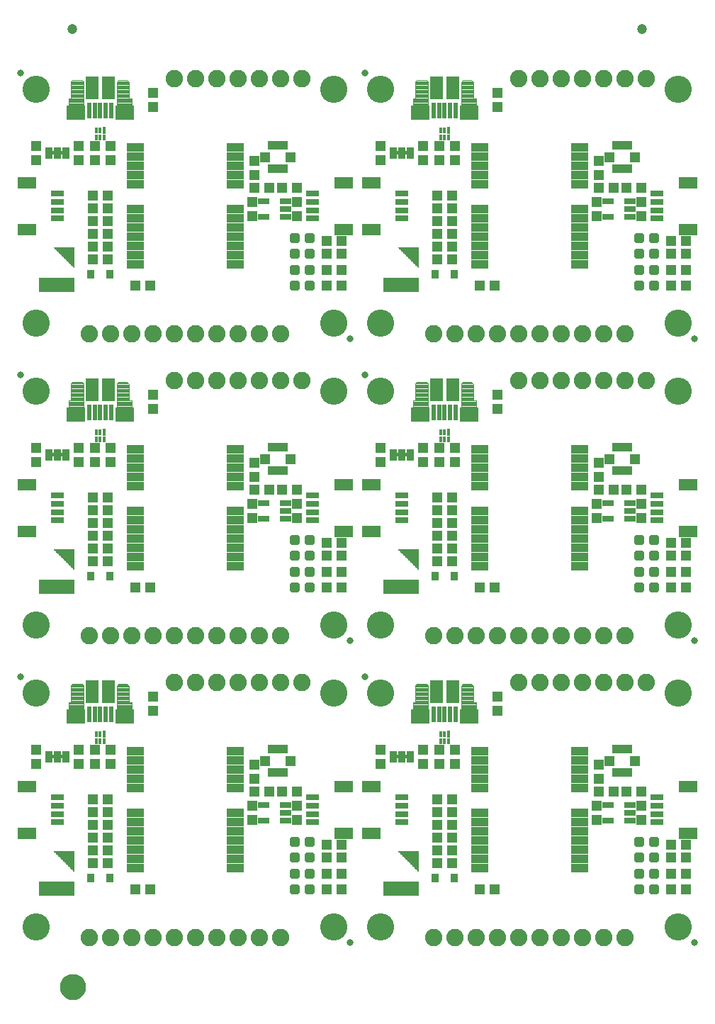
<source format=gts>
G75*
%MOIN*%
%OFA0B0*%
%FSLAX25Y25*%
%IPPOS*%
%LPD*%
%AMOC8*
5,1,8,0,0,1.08239X$1,22.5*
%
%ADD10C,0.12800*%
%ADD11C,0.03300*%
%ADD12R,0.08674X0.05524*%
%ADD13R,0.06115X0.03162*%
%ADD14R,0.05131X0.04737*%
%ADD15R,0.04737X0.05131*%
%ADD16R,0.03300X0.05800*%
%ADD17C,0.00500*%
%ADD18C,0.01990*%
%ADD19R,0.03280X0.04068*%
%ADD20R,0.07887X0.03950*%
%ADD21R,0.02375X0.07690*%
%ADD22R,0.08674X0.06548*%
%ADD23R,0.06410X0.10643*%
%ADD24C,0.00400*%
%ADD25R,0.09461X0.04146*%
%ADD26R,0.04934X0.04737*%
%ADD27R,0.05524X0.02965*%
%ADD28C,0.08200*%
%ADD29C,0.00197*%
%ADD30R,0.16535X0.06693*%
%ADD31R,0.01784X0.03202*%
%ADD32R,0.01784X0.03005*%
%ADD33C,0.04737*%
%ADD34C,0.05000*%
%ADD35C,0.06706*%
D10*
X0053342Y0048750D03*
X0053342Y0158750D03*
X0053342Y0190750D03*
X0053342Y0300750D03*
X0053342Y0332750D03*
X0053342Y0442750D03*
X0193342Y0442750D03*
X0215342Y0442750D03*
X0215342Y0332750D03*
X0193342Y0332750D03*
X0193342Y0300750D03*
X0215342Y0300750D03*
X0215342Y0190750D03*
X0193342Y0190750D03*
X0193342Y0158750D03*
X0215342Y0158750D03*
X0215342Y0048750D03*
X0193342Y0048750D03*
X0355342Y0048750D03*
X0355342Y0158750D03*
X0355342Y0190750D03*
X0355342Y0300750D03*
X0355342Y0332750D03*
X0355342Y0442750D03*
D11*
X0362842Y0325250D03*
X0362842Y0183250D03*
X0362842Y0041250D03*
X0207842Y0166250D03*
X0200842Y0183250D03*
X0207842Y0308250D03*
X0200842Y0325250D03*
X0207842Y0450250D03*
X0045842Y0450250D03*
X0045842Y0308250D03*
X0045842Y0166250D03*
X0200842Y0041250D03*
D12*
X0197810Y0092726D03*
X0210873Y0092726D03*
X0210873Y0114774D03*
X0197810Y0114774D03*
X0197810Y0234726D03*
X0210873Y0234726D03*
X0210873Y0256774D03*
X0197810Y0256774D03*
X0197810Y0376726D03*
X0210873Y0376726D03*
X0210873Y0398774D03*
X0197810Y0398774D03*
X0048873Y0398774D03*
X0048873Y0376726D03*
X0048873Y0256774D03*
X0048873Y0234726D03*
X0048873Y0114774D03*
X0048873Y0092726D03*
X0359810Y0092726D03*
X0359810Y0114774D03*
X0359810Y0234726D03*
X0359810Y0256774D03*
X0359810Y0376726D03*
X0359810Y0398774D03*
D13*
X0345342Y0393656D03*
X0345342Y0389719D03*
X0345342Y0385781D03*
X0345342Y0381844D03*
X0345342Y0251656D03*
X0345342Y0247719D03*
X0345342Y0243781D03*
X0345342Y0239844D03*
X0345342Y0109656D03*
X0345342Y0105719D03*
X0345342Y0101781D03*
X0345342Y0097844D03*
X0225342Y0097844D03*
X0225342Y0101781D03*
X0225342Y0105719D03*
X0225342Y0109656D03*
X0183342Y0109656D03*
X0183342Y0105719D03*
X0183342Y0101781D03*
X0183342Y0097844D03*
X0183342Y0239844D03*
X0183342Y0243781D03*
X0183342Y0247719D03*
X0183342Y0251656D03*
X0225342Y0251656D03*
X0225342Y0247719D03*
X0225342Y0243781D03*
X0225342Y0239844D03*
X0225342Y0381844D03*
X0225342Y0385781D03*
X0225342Y0389719D03*
X0225342Y0393656D03*
X0183342Y0393656D03*
X0183342Y0389719D03*
X0183342Y0385781D03*
X0183342Y0381844D03*
X0063342Y0381844D03*
X0063342Y0385781D03*
X0063342Y0389719D03*
X0063342Y0393656D03*
X0063342Y0251656D03*
X0063342Y0247719D03*
X0063342Y0243781D03*
X0063342Y0239844D03*
X0063342Y0109656D03*
X0063342Y0105719D03*
X0063342Y0101781D03*
X0063342Y0097844D03*
D14*
X0079995Y0096750D03*
X0079995Y0090750D03*
X0079995Y0084750D03*
X0079995Y0078750D03*
X0086688Y0078750D03*
X0086688Y0084750D03*
X0086688Y0090750D03*
X0086688Y0096750D03*
X0086688Y0102750D03*
X0086688Y0108750D03*
X0079995Y0108750D03*
X0079995Y0102750D03*
X0099995Y0066250D03*
X0106688Y0066250D03*
X0155995Y0112250D03*
X0162688Y0112250D03*
X0168995Y0112250D03*
X0175688Y0112250D03*
X0189995Y0087250D03*
X0189995Y0081250D03*
X0196688Y0081250D03*
X0196688Y0087250D03*
X0196688Y0073750D03*
X0189995Y0073750D03*
X0189995Y0066250D03*
X0196688Y0066250D03*
X0241995Y0078750D03*
X0241995Y0084750D03*
X0241995Y0090750D03*
X0241995Y0096750D03*
X0241995Y0102750D03*
X0241995Y0108750D03*
X0248688Y0108750D03*
X0248688Y0102750D03*
X0248688Y0096750D03*
X0248688Y0090750D03*
X0248688Y0084750D03*
X0248688Y0078750D03*
X0261995Y0066250D03*
X0268688Y0066250D03*
X0317995Y0112250D03*
X0324688Y0112250D03*
X0330995Y0112250D03*
X0337688Y0112250D03*
X0351995Y0087250D03*
X0351995Y0081250D03*
X0358688Y0081250D03*
X0358688Y0087250D03*
X0358688Y0073750D03*
X0358688Y0066250D03*
X0351995Y0066250D03*
X0351995Y0073750D03*
X0351995Y0208250D03*
X0351995Y0215750D03*
X0358688Y0215750D03*
X0358688Y0208250D03*
X0358688Y0223250D03*
X0358688Y0229250D03*
X0351995Y0229250D03*
X0351995Y0223250D03*
X0337688Y0254250D03*
X0330995Y0254250D03*
X0324688Y0254250D03*
X0317995Y0254250D03*
X0268688Y0208250D03*
X0261995Y0208250D03*
X0248688Y0220750D03*
X0248688Y0226750D03*
X0248688Y0232750D03*
X0248688Y0238750D03*
X0248688Y0244750D03*
X0248688Y0250750D03*
X0241995Y0250750D03*
X0241995Y0244750D03*
X0241995Y0238750D03*
X0241995Y0232750D03*
X0241995Y0226750D03*
X0241995Y0220750D03*
X0196688Y0223250D03*
X0196688Y0229250D03*
X0189995Y0229250D03*
X0189995Y0223250D03*
X0189995Y0215750D03*
X0196688Y0215750D03*
X0196688Y0208250D03*
X0189995Y0208250D03*
X0175688Y0254250D03*
X0168995Y0254250D03*
X0162688Y0254250D03*
X0155995Y0254250D03*
X0106688Y0208250D03*
X0099995Y0208250D03*
X0086688Y0220750D03*
X0086688Y0226750D03*
X0086688Y0232750D03*
X0086688Y0238750D03*
X0086688Y0244750D03*
X0086688Y0250750D03*
X0079995Y0250750D03*
X0079995Y0244750D03*
X0079995Y0238750D03*
X0079995Y0232750D03*
X0079995Y0226750D03*
X0079995Y0220750D03*
X0099995Y0350250D03*
X0106688Y0350250D03*
X0086688Y0362750D03*
X0086688Y0368750D03*
X0086688Y0374750D03*
X0086688Y0380750D03*
X0086688Y0386750D03*
X0086688Y0392750D03*
X0079995Y0392750D03*
X0079995Y0386750D03*
X0079995Y0380750D03*
X0079995Y0374750D03*
X0079995Y0368750D03*
X0079995Y0362750D03*
X0155995Y0396250D03*
X0162688Y0396250D03*
X0168995Y0396250D03*
X0175688Y0396250D03*
X0189995Y0371250D03*
X0189995Y0365250D03*
X0196688Y0365250D03*
X0196688Y0371250D03*
X0196688Y0357750D03*
X0189995Y0357750D03*
X0189995Y0350250D03*
X0196688Y0350250D03*
X0241995Y0362750D03*
X0241995Y0368750D03*
X0241995Y0374750D03*
X0241995Y0380750D03*
X0241995Y0386750D03*
X0241995Y0392750D03*
X0248688Y0392750D03*
X0248688Y0386750D03*
X0248688Y0380750D03*
X0248688Y0374750D03*
X0248688Y0368750D03*
X0248688Y0362750D03*
X0261995Y0350250D03*
X0268688Y0350250D03*
X0317995Y0396250D03*
X0324688Y0396250D03*
X0330995Y0396250D03*
X0337688Y0396250D03*
X0351995Y0371250D03*
X0351995Y0365250D03*
X0351995Y0357750D03*
X0358688Y0357750D03*
X0358688Y0365250D03*
X0358688Y0371250D03*
X0358688Y0350250D03*
X0351995Y0350250D03*
D15*
X0337842Y0382904D03*
X0337842Y0389596D03*
X0316842Y0389596D03*
X0316842Y0382904D03*
X0317842Y0402404D03*
X0317842Y0409096D03*
X0270342Y0434404D03*
X0270342Y0441096D03*
X0250342Y0416096D03*
X0250342Y0409404D03*
X0242842Y0409404D03*
X0242842Y0416096D03*
X0235342Y0416096D03*
X0235342Y0409404D03*
X0215342Y0409404D03*
X0215342Y0416096D03*
X0175842Y0389596D03*
X0175842Y0382904D03*
X0154842Y0382904D03*
X0154842Y0389596D03*
X0155842Y0402404D03*
X0155842Y0409096D03*
X0108342Y0434404D03*
X0108342Y0441096D03*
X0088342Y0416096D03*
X0088342Y0409404D03*
X0080842Y0409404D03*
X0080842Y0416096D03*
X0073342Y0416096D03*
X0073342Y0409404D03*
X0053342Y0409404D03*
X0053342Y0416096D03*
X0108342Y0299096D03*
X0108342Y0292404D03*
X0088342Y0274096D03*
X0088342Y0267404D03*
X0080842Y0267404D03*
X0080842Y0274096D03*
X0073342Y0274096D03*
X0073342Y0267404D03*
X0053342Y0267404D03*
X0053342Y0274096D03*
X0108342Y0157096D03*
X0108342Y0150404D03*
X0088342Y0132096D03*
X0088342Y0125404D03*
X0080842Y0125404D03*
X0080842Y0132096D03*
X0073342Y0132096D03*
X0073342Y0125404D03*
X0053342Y0125404D03*
X0053342Y0132096D03*
X0155842Y0125096D03*
X0155842Y0118404D03*
X0154842Y0105596D03*
X0154842Y0098904D03*
X0175842Y0098904D03*
X0175842Y0105596D03*
X0215342Y0125404D03*
X0215342Y0132096D03*
X0235342Y0132096D03*
X0235342Y0125404D03*
X0242842Y0125404D03*
X0242842Y0132096D03*
X0250342Y0132096D03*
X0250342Y0125404D03*
X0270342Y0150404D03*
X0270342Y0157096D03*
X0317842Y0125096D03*
X0317842Y0118404D03*
X0316842Y0105596D03*
X0316842Y0098904D03*
X0337842Y0098904D03*
X0337842Y0105596D03*
X0337842Y0240904D03*
X0337842Y0247596D03*
X0316842Y0247596D03*
X0316842Y0240904D03*
X0317842Y0260404D03*
X0317842Y0267096D03*
X0270342Y0292404D03*
X0270342Y0299096D03*
X0250342Y0274096D03*
X0250342Y0267404D03*
X0242842Y0267404D03*
X0242842Y0274096D03*
X0235342Y0274096D03*
X0235342Y0267404D03*
X0215342Y0267404D03*
X0215342Y0274096D03*
X0175842Y0247596D03*
X0175842Y0240904D03*
X0154842Y0240904D03*
X0154842Y0247596D03*
X0155842Y0260404D03*
X0155842Y0267096D03*
D16*
X0221342Y0270750D03*
X0225342Y0270750D03*
X0229342Y0270750D03*
X0229342Y0128750D03*
X0225342Y0128750D03*
X0221342Y0128750D03*
X0067342Y0128750D03*
X0063342Y0128750D03*
X0059342Y0128750D03*
X0059342Y0270750D03*
X0063342Y0270750D03*
X0067342Y0270750D03*
X0067342Y0412750D03*
X0063342Y0412750D03*
X0059342Y0412750D03*
X0221342Y0412750D03*
X0225342Y0412750D03*
X0229342Y0412750D03*
D17*
X0228092Y0412633D02*
X0226592Y0412633D01*
X0226592Y0412250D02*
X0226592Y0413250D01*
X0228092Y0413250D01*
X0228092Y0412250D01*
X0226592Y0412250D01*
X0226592Y0413132D02*
X0228092Y0413132D01*
X0224092Y0413132D02*
X0222592Y0413132D01*
X0222592Y0413250D02*
X0224092Y0413250D01*
X0224092Y0412250D01*
X0222592Y0412250D01*
X0222592Y0413250D01*
X0222592Y0412633D02*
X0224092Y0412633D01*
X0224092Y0271250D02*
X0224092Y0270250D01*
X0222592Y0270250D01*
X0222592Y0271250D01*
X0224092Y0271250D01*
X0224092Y0271056D02*
X0222592Y0271056D01*
X0222592Y0270558D02*
X0224092Y0270558D01*
X0226592Y0270558D02*
X0228092Y0270558D01*
X0228092Y0270250D02*
X0228092Y0271250D01*
X0226592Y0271250D01*
X0226592Y0270250D01*
X0228092Y0270250D01*
X0228092Y0271056D02*
X0226592Y0271056D01*
X0226592Y0129250D02*
X0228092Y0129250D01*
X0228092Y0128250D01*
X0226592Y0128250D01*
X0226592Y0129250D01*
X0226592Y0128981D02*
X0228092Y0128981D01*
X0228092Y0128482D02*
X0226592Y0128482D01*
X0224092Y0128482D02*
X0222592Y0128482D01*
X0222592Y0128250D02*
X0222592Y0129250D01*
X0224092Y0129250D01*
X0224092Y0128250D01*
X0222592Y0128250D01*
X0222592Y0128981D02*
X0224092Y0128981D01*
X0066092Y0128981D02*
X0064592Y0128981D01*
X0064592Y0129250D02*
X0066092Y0129250D01*
X0066092Y0128250D01*
X0064592Y0128250D01*
X0064592Y0129250D01*
X0064592Y0128482D02*
X0066092Y0128482D01*
X0062092Y0128482D02*
X0060592Y0128482D01*
X0060592Y0128250D02*
X0060592Y0129250D01*
X0062092Y0129250D01*
X0062092Y0128250D01*
X0060592Y0128250D01*
X0060592Y0128981D02*
X0062092Y0128981D01*
X0062092Y0270250D02*
X0062092Y0271250D01*
X0060592Y0271250D01*
X0060592Y0270250D01*
X0062092Y0270250D01*
X0062092Y0270558D02*
X0060592Y0270558D01*
X0060592Y0271056D02*
X0062092Y0271056D01*
X0064592Y0271056D02*
X0066092Y0271056D01*
X0066092Y0271250D02*
X0066092Y0270250D01*
X0064592Y0270250D01*
X0064592Y0271250D01*
X0066092Y0271250D01*
X0066092Y0270558D02*
X0064592Y0270558D01*
X0064592Y0412250D02*
X0064592Y0413250D01*
X0066092Y0413250D01*
X0066092Y0412250D01*
X0064592Y0412250D01*
X0064592Y0412633D02*
X0066092Y0412633D01*
X0066092Y0413132D02*
X0064592Y0413132D01*
X0062092Y0413132D02*
X0060592Y0413132D01*
X0060592Y0413250D02*
X0062092Y0413250D01*
X0062092Y0412250D01*
X0060592Y0412250D01*
X0060592Y0413250D01*
X0060592Y0412633D02*
X0062092Y0412633D01*
D18*
X0176262Y0374123D02*
X0176262Y0371377D01*
X0173516Y0371377D01*
X0173516Y0374123D01*
X0176262Y0374123D01*
X0176262Y0373267D02*
X0173516Y0373267D01*
X0176262Y0366623D02*
X0176262Y0363877D01*
X0173516Y0363877D01*
X0173516Y0366623D01*
X0176262Y0366623D01*
X0176262Y0365767D02*
X0173516Y0365767D01*
X0176262Y0359123D02*
X0176262Y0356377D01*
X0173516Y0356377D01*
X0173516Y0359123D01*
X0176262Y0359123D01*
X0176262Y0358267D02*
X0173516Y0358267D01*
X0176262Y0351623D02*
X0176262Y0348877D01*
X0173516Y0348877D01*
X0173516Y0351623D01*
X0176262Y0351623D01*
X0176262Y0350767D02*
X0173516Y0350767D01*
X0183168Y0351623D02*
X0183168Y0348877D01*
X0180422Y0348877D01*
X0180422Y0351623D01*
X0183168Y0351623D01*
X0183168Y0350767D02*
X0180422Y0350767D01*
X0183168Y0356377D02*
X0183168Y0359123D01*
X0183168Y0356377D02*
X0180422Y0356377D01*
X0180422Y0359123D01*
X0183168Y0359123D01*
X0183168Y0358267D02*
X0180422Y0358267D01*
X0183168Y0363877D02*
X0183168Y0366623D01*
X0183168Y0363877D02*
X0180422Y0363877D01*
X0180422Y0366623D01*
X0183168Y0366623D01*
X0183168Y0365767D02*
X0180422Y0365767D01*
X0183168Y0371377D02*
X0183168Y0374123D01*
X0183168Y0371377D02*
X0180422Y0371377D01*
X0180422Y0374123D01*
X0183168Y0374123D01*
X0183168Y0373267D02*
X0180422Y0373267D01*
X0183168Y0232123D02*
X0183168Y0229377D01*
X0180422Y0229377D01*
X0180422Y0232123D01*
X0183168Y0232123D01*
X0183168Y0231267D02*
X0180422Y0231267D01*
X0176262Y0232123D02*
X0176262Y0229377D01*
X0173516Y0229377D01*
X0173516Y0232123D01*
X0176262Y0232123D01*
X0176262Y0231267D02*
X0173516Y0231267D01*
X0176262Y0224623D02*
X0176262Y0221877D01*
X0173516Y0221877D01*
X0173516Y0224623D01*
X0176262Y0224623D01*
X0176262Y0223767D02*
X0173516Y0223767D01*
X0176262Y0217123D02*
X0176262Y0214377D01*
X0173516Y0214377D01*
X0173516Y0217123D01*
X0176262Y0217123D01*
X0176262Y0216267D02*
X0173516Y0216267D01*
X0176262Y0209623D02*
X0176262Y0206877D01*
X0173516Y0206877D01*
X0173516Y0209623D01*
X0176262Y0209623D01*
X0176262Y0208767D02*
X0173516Y0208767D01*
X0183168Y0209623D02*
X0183168Y0206877D01*
X0180422Y0206877D01*
X0180422Y0209623D01*
X0183168Y0209623D01*
X0183168Y0208767D02*
X0180422Y0208767D01*
X0183168Y0214377D02*
X0183168Y0217123D01*
X0183168Y0214377D02*
X0180422Y0214377D01*
X0180422Y0217123D01*
X0183168Y0217123D01*
X0183168Y0216267D02*
X0180422Y0216267D01*
X0183168Y0221877D02*
X0183168Y0224623D01*
X0183168Y0221877D02*
X0180422Y0221877D01*
X0180422Y0224623D01*
X0183168Y0224623D01*
X0183168Y0223767D02*
X0180422Y0223767D01*
X0183168Y0090123D02*
X0183168Y0087377D01*
X0180422Y0087377D01*
X0180422Y0090123D01*
X0183168Y0090123D01*
X0183168Y0089267D02*
X0180422Y0089267D01*
X0176262Y0090123D02*
X0176262Y0087377D01*
X0173516Y0087377D01*
X0173516Y0090123D01*
X0176262Y0090123D01*
X0176262Y0089267D02*
X0173516Y0089267D01*
X0176262Y0082623D02*
X0176262Y0079877D01*
X0173516Y0079877D01*
X0173516Y0082623D01*
X0176262Y0082623D01*
X0176262Y0081767D02*
X0173516Y0081767D01*
X0176262Y0075123D02*
X0176262Y0072377D01*
X0173516Y0072377D01*
X0173516Y0075123D01*
X0176262Y0075123D01*
X0176262Y0074267D02*
X0173516Y0074267D01*
X0176262Y0067623D02*
X0176262Y0064877D01*
X0173516Y0064877D01*
X0173516Y0067623D01*
X0176262Y0067623D01*
X0176262Y0066767D02*
X0173516Y0066767D01*
X0183168Y0067623D02*
X0183168Y0064877D01*
X0180422Y0064877D01*
X0180422Y0067623D01*
X0183168Y0067623D01*
X0183168Y0066767D02*
X0180422Y0066767D01*
X0183168Y0072377D02*
X0183168Y0075123D01*
X0183168Y0072377D02*
X0180422Y0072377D01*
X0180422Y0075123D01*
X0183168Y0075123D01*
X0183168Y0074267D02*
X0180422Y0074267D01*
X0183168Y0079877D02*
X0183168Y0082623D01*
X0183168Y0079877D02*
X0180422Y0079877D01*
X0180422Y0082623D01*
X0183168Y0082623D01*
X0183168Y0081767D02*
X0180422Y0081767D01*
X0338262Y0082623D02*
X0338262Y0079877D01*
X0335516Y0079877D01*
X0335516Y0082623D01*
X0338262Y0082623D01*
X0338262Y0081767D02*
X0335516Y0081767D01*
X0338262Y0087377D02*
X0338262Y0090123D01*
X0338262Y0087377D02*
X0335516Y0087377D01*
X0335516Y0090123D01*
X0338262Y0090123D01*
X0338262Y0089267D02*
X0335516Y0089267D01*
X0345168Y0090123D02*
X0345168Y0087377D01*
X0342422Y0087377D01*
X0342422Y0090123D01*
X0345168Y0090123D01*
X0345168Y0089267D02*
X0342422Y0089267D01*
X0345168Y0082623D02*
X0345168Y0079877D01*
X0342422Y0079877D01*
X0342422Y0082623D01*
X0345168Y0082623D01*
X0345168Y0081767D02*
X0342422Y0081767D01*
X0345168Y0075123D02*
X0345168Y0072377D01*
X0342422Y0072377D01*
X0342422Y0075123D01*
X0345168Y0075123D01*
X0345168Y0074267D02*
X0342422Y0074267D01*
X0338262Y0075123D02*
X0338262Y0072377D01*
X0335516Y0072377D01*
X0335516Y0075123D01*
X0338262Y0075123D01*
X0338262Y0074267D02*
X0335516Y0074267D01*
X0338262Y0067623D02*
X0338262Y0064877D01*
X0335516Y0064877D01*
X0335516Y0067623D01*
X0338262Y0067623D01*
X0338262Y0066767D02*
X0335516Y0066767D01*
X0345168Y0067623D02*
X0345168Y0064877D01*
X0342422Y0064877D01*
X0342422Y0067623D01*
X0345168Y0067623D01*
X0345168Y0066767D02*
X0342422Y0066767D01*
X0345168Y0206877D02*
X0345168Y0209623D01*
X0345168Y0206877D02*
X0342422Y0206877D01*
X0342422Y0209623D01*
X0345168Y0209623D01*
X0345168Y0208767D02*
X0342422Y0208767D01*
X0338262Y0209623D02*
X0338262Y0206877D01*
X0335516Y0206877D01*
X0335516Y0209623D01*
X0338262Y0209623D01*
X0338262Y0208767D02*
X0335516Y0208767D01*
X0338262Y0214377D02*
X0338262Y0217123D01*
X0338262Y0214377D02*
X0335516Y0214377D01*
X0335516Y0217123D01*
X0338262Y0217123D01*
X0338262Y0216267D02*
X0335516Y0216267D01*
X0338262Y0221877D02*
X0338262Y0224623D01*
X0338262Y0221877D02*
X0335516Y0221877D01*
X0335516Y0224623D01*
X0338262Y0224623D01*
X0338262Y0223767D02*
X0335516Y0223767D01*
X0338262Y0229377D02*
X0338262Y0232123D01*
X0338262Y0229377D02*
X0335516Y0229377D01*
X0335516Y0232123D01*
X0338262Y0232123D01*
X0338262Y0231267D02*
X0335516Y0231267D01*
X0345168Y0232123D02*
X0345168Y0229377D01*
X0342422Y0229377D01*
X0342422Y0232123D01*
X0345168Y0232123D01*
X0345168Y0231267D02*
X0342422Y0231267D01*
X0345168Y0224623D02*
X0345168Y0221877D01*
X0342422Y0221877D01*
X0342422Y0224623D01*
X0345168Y0224623D01*
X0345168Y0223767D02*
X0342422Y0223767D01*
X0345168Y0217123D02*
X0345168Y0214377D01*
X0342422Y0214377D01*
X0342422Y0217123D01*
X0345168Y0217123D01*
X0345168Y0216267D02*
X0342422Y0216267D01*
X0345168Y0348877D02*
X0345168Y0351623D01*
X0345168Y0348877D02*
X0342422Y0348877D01*
X0342422Y0351623D01*
X0345168Y0351623D01*
X0345168Y0350767D02*
X0342422Y0350767D01*
X0338262Y0351623D02*
X0338262Y0348877D01*
X0335516Y0348877D01*
X0335516Y0351623D01*
X0338262Y0351623D01*
X0338262Y0350767D02*
X0335516Y0350767D01*
X0338262Y0356377D02*
X0338262Y0359123D01*
X0338262Y0356377D02*
X0335516Y0356377D01*
X0335516Y0359123D01*
X0338262Y0359123D01*
X0338262Y0358267D02*
X0335516Y0358267D01*
X0338262Y0363877D02*
X0338262Y0366623D01*
X0338262Y0363877D02*
X0335516Y0363877D01*
X0335516Y0366623D01*
X0338262Y0366623D01*
X0338262Y0365767D02*
X0335516Y0365767D01*
X0338262Y0371377D02*
X0338262Y0374123D01*
X0338262Y0371377D02*
X0335516Y0371377D01*
X0335516Y0374123D01*
X0338262Y0374123D01*
X0338262Y0373267D02*
X0335516Y0373267D01*
X0345168Y0374123D02*
X0345168Y0371377D01*
X0342422Y0371377D01*
X0342422Y0374123D01*
X0345168Y0374123D01*
X0345168Y0373267D02*
X0342422Y0373267D01*
X0345168Y0366623D02*
X0345168Y0363877D01*
X0342422Y0363877D01*
X0342422Y0366623D01*
X0345168Y0366623D01*
X0345168Y0365767D02*
X0342422Y0365767D01*
X0345168Y0359123D02*
X0345168Y0356377D01*
X0342422Y0356377D01*
X0342422Y0359123D01*
X0345168Y0359123D01*
X0345168Y0358267D02*
X0342422Y0358267D01*
D19*
X0249869Y0355750D03*
X0240814Y0355750D03*
X0240814Y0213750D03*
X0249869Y0213750D03*
X0249869Y0071750D03*
X0240814Y0071750D03*
X0087869Y0071750D03*
X0078814Y0071750D03*
X0078814Y0213750D03*
X0087869Y0213750D03*
X0087869Y0355750D03*
X0078814Y0355750D03*
D20*
X0099720Y0360191D03*
X0099720Y0364522D03*
X0099720Y0368852D03*
X0099720Y0373183D03*
X0099720Y0377514D03*
X0099720Y0381844D03*
X0099720Y0386175D03*
X0099720Y0397986D03*
X0099720Y0402317D03*
X0099720Y0406648D03*
X0099720Y0410978D03*
X0099720Y0415309D03*
X0146964Y0415309D03*
X0146964Y0410978D03*
X0146964Y0406648D03*
X0146964Y0402317D03*
X0146964Y0397986D03*
X0146964Y0386175D03*
X0146964Y0381844D03*
X0146964Y0377514D03*
X0146964Y0373183D03*
X0146964Y0368852D03*
X0146964Y0364522D03*
X0146964Y0360191D03*
X0146964Y0273309D03*
X0146964Y0268978D03*
X0146964Y0264648D03*
X0146964Y0260317D03*
X0146964Y0255986D03*
X0146964Y0244175D03*
X0146964Y0239844D03*
X0146964Y0235514D03*
X0146964Y0231183D03*
X0146964Y0226852D03*
X0146964Y0222522D03*
X0146964Y0218191D03*
X0099720Y0218191D03*
X0099720Y0222522D03*
X0099720Y0226852D03*
X0099720Y0231183D03*
X0099720Y0235514D03*
X0099720Y0239844D03*
X0099720Y0244175D03*
X0099720Y0255986D03*
X0099720Y0260317D03*
X0099720Y0264648D03*
X0099720Y0268978D03*
X0099720Y0273309D03*
X0099720Y0131309D03*
X0099720Y0126978D03*
X0099720Y0122648D03*
X0099720Y0118317D03*
X0099720Y0113986D03*
X0099720Y0102175D03*
X0099720Y0097844D03*
X0099720Y0093514D03*
X0099720Y0089183D03*
X0099720Y0084852D03*
X0099720Y0080522D03*
X0099720Y0076191D03*
X0146964Y0076191D03*
X0146964Y0080522D03*
X0146964Y0084852D03*
X0146964Y0089183D03*
X0146964Y0093514D03*
X0146964Y0097844D03*
X0146964Y0102175D03*
X0146964Y0113986D03*
X0146964Y0118317D03*
X0146964Y0122648D03*
X0146964Y0126978D03*
X0146964Y0131309D03*
X0261720Y0131309D03*
X0261720Y0126978D03*
X0261720Y0122648D03*
X0261720Y0118317D03*
X0261720Y0113986D03*
X0261720Y0102175D03*
X0261720Y0097844D03*
X0261720Y0093514D03*
X0261720Y0089183D03*
X0261720Y0084852D03*
X0261720Y0080522D03*
X0261720Y0076191D03*
X0308964Y0076191D03*
X0308964Y0080522D03*
X0308964Y0084852D03*
X0308964Y0089183D03*
X0308964Y0093514D03*
X0308964Y0097844D03*
X0308964Y0102175D03*
X0308964Y0113986D03*
X0308964Y0118317D03*
X0308964Y0122648D03*
X0308964Y0126978D03*
X0308964Y0131309D03*
X0308964Y0218191D03*
X0308964Y0222522D03*
X0308964Y0226852D03*
X0308964Y0231183D03*
X0308964Y0235514D03*
X0308964Y0239844D03*
X0308964Y0244175D03*
X0308964Y0255986D03*
X0308964Y0260317D03*
X0308964Y0264648D03*
X0308964Y0268978D03*
X0308964Y0273309D03*
X0261720Y0273309D03*
X0261720Y0268978D03*
X0261720Y0264648D03*
X0261720Y0260317D03*
X0261720Y0255986D03*
X0261720Y0244175D03*
X0261720Y0239844D03*
X0261720Y0235514D03*
X0261720Y0231183D03*
X0261720Y0226852D03*
X0261720Y0222522D03*
X0261720Y0218191D03*
X0261720Y0360191D03*
X0261720Y0364522D03*
X0261720Y0368852D03*
X0261720Y0373183D03*
X0261720Y0377514D03*
X0261720Y0381844D03*
X0261720Y0386175D03*
X0261720Y0397986D03*
X0261720Y0402317D03*
X0261720Y0406648D03*
X0261720Y0410978D03*
X0261720Y0415309D03*
X0308964Y0415309D03*
X0308964Y0410978D03*
X0308964Y0406648D03*
X0308964Y0402317D03*
X0308964Y0397986D03*
X0308964Y0386175D03*
X0308964Y0381844D03*
X0308964Y0377514D03*
X0308964Y0373183D03*
X0308964Y0368852D03*
X0308964Y0364522D03*
X0308964Y0360191D03*
D21*
X0250460Y0290750D03*
X0247901Y0290750D03*
X0245342Y0290750D03*
X0242783Y0290750D03*
X0240224Y0290750D03*
X0240224Y0148750D03*
X0242783Y0148750D03*
X0245342Y0148750D03*
X0247901Y0148750D03*
X0250460Y0148750D03*
X0088460Y0148750D03*
X0085901Y0148750D03*
X0083342Y0148750D03*
X0080783Y0148750D03*
X0078224Y0148750D03*
X0078224Y0290750D03*
X0080783Y0290750D03*
X0083342Y0290750D03*
X0085901Y0290750D03*
X0088460Y0290750D03*
X0088460Y0432750D03*
X0085901Y0432750D03*
X0083342Y0432750D03*
X0080783Y0432750D03*
X0078224Y0432750D03*
X0240224Y0432750D03*
X0242783Y0432750D03*
X0245342Y0432750D03*
X0247901Y0432750D03*
X0250460Y0432750D03*
D22*
X0256759Y0431667D03*
X0233924Y0431667D03*
X0233924Y0289667D03*
X0256759Y0289667D03*
X0256759Y0147667D03*
X0233924Y0147667D03*
X0094759Y0147667D03*
X0071924Y0147667D03*
X0071924Y0289667D03*
X0094759Y0289667D03*
X0094759Y0431667D03*
X0071924Y0431667D03*
D23*
X0079552Y0443281D03*
X0087131Y0443281D03*
X0087131Y0301281D03*
X0079552Y0301281D03*
X0079552Y0159281D03*
X0087131Y0159281D03*
X0241552Y0159281D03*
X0249131Y0159281D03*
X0249131Y0301281D03*
X0241552Y0301281D03*
X0241552Y0443281D03*
X0249131Y0443281D03*
D24*
X0253216Y0443239D02*
X0258728Y0443239D01*
X0258728Y0443637D02*
X0253216Y0443637D01*
X0253216Y0444036D02*
X0258728Y0444036D01*
X0258728Y0444435D02*
X0253216Y0444435D01*
X0253216Y0444833D02*
X0258728Y0444833D01*
X0258728Y0445232D02*
X0253216Y0445232D01*
X0253216Y0445447D02*
X0253207Y0445758D01*
X0253267Y0446064D01*
X0253394Y0446349D01*
X0253581Y0446598D01*
X0253819Y0446800D01*
X0254095Y0446943D01*
X0254397Y0447022D01*
X0257153Y0447022D01*
X0257503Y0446982D01*
X0257836Y0446866D01*
X0258135Y0446678D01*
X0258384Y0446429D01*
X0258572Y0446130D01*
X0258688Y0445797D01*
X0258728Y0445447D01*
X0258728Y0438360D01*
X0260302Y0438360D01*
X0260302Y0435211D01*
X0253216Y0435211D01*
X0253216Y0445447D01*
X0253210Y0445630D02*
X0258707Y0445630D01*
X0258607Y0446029D02*
X0253260Y0446029D01*
X0253452Y0446427D02*
X0258385Y0446427D01*
X0257900Y0446826D02*
X0253868Y0446826D01*
X0253216Y0442840D02*
X0258728Y0442840D01*
X0258728Y0442442D02*
X0253216Y0442442D01*
X0253216Y0442043D02*
X0258728Y0442043D01*
X0258728Y0441645D02*
X0253216Y0441645D01*
X0253216Y0441246D02*
X0258728Y0441246D01*
X0258728Y0440848D02*
X0253216Y0440848D01*
X0253216Y0440449D02*
X0258728Y0440449D01*
X0258728Y0440051D02*
X0253216Y0440051D01*
X0253216Y0439652D02*
X0258728Y0439652D01*
X0258728Y0439254D02*
X0253216Y0439254D01*
X0253216Y0438855D02*
X0258728Y0438855D01*
X0258728Y0438457D02*
X0253216Y0438457D01*
X0253216Y0438058D02*
X0260302Y0438058D01*
X0260302Y0437660D02*
X0253216Y0437660D01*
X0253216Y0437261D02*
X0260302Y0437261D01*
X0260302Y0436863D02*
X0253216Y0436863D01*
X0253216Y0436464D02*
X0260302Y0436464D01*
X0260302Y0436066D02*
X0253216Y0436066D01*
X0253216Y0435667D02*
X0260302Y0435667D01*
X0260302Y0435269D02*
X0253216Y0435269D01*
X0237468Y0435269D02*
X0230381Y0435269D01*
X0230381Y0435211D02*
X0230381Y0438360D01*
X0231562Y0438360D01*
X0231562Y0445841D01*
X0231641Y0446142D01*
X0231784Y0446419D01*
X0231986Y0446657D01*
X0232235Y0446844D01*
X0232520Y0446971D01*
X0232826Y0447031D01*
X0233137Y0447022D01*
X0236287Y0447022D01*
X0236550Y0446992D01*
X0236799Y0446905D01*
X0237023Y0446764D01*
X0237210Y0446577D01*
X0237351Y0446353D01*
X0237438Y0446103D01*
X0237468Y0445841D01*
X0237468Y0435211D01*
X0230381Y0435211D01*
X0230381Y0435667D02*
X0237468Y0435667D01*
X0237468Y0436066D02*
X0230381Y0436066D01*
X0230381Y0436464D02*
X0237468Y0436464D01*
X0237468Y0436863D02*
X0230381Y0436863D01*
X0230381Y0437261D02*
X0237468Y0437261D01*
X0237468Y0437660D02*
X0230381Y0437660D01*
X0230381Y0438058D02*
X0237468Y0438058D01*
X0237468Y0438457D02*
X0231562Y0438457D01*
X0231562Y0438855D02*
X0237468Y0438855D01*
X0237468Y0439254D02*
X0231562Y0439254D01*
X0231562Y0439652D02*
X0237468Y0439652D01*
X0237468Y0440051D02*
X0231562Y0440051D01*
X0231562Y0440449D02*
X0237468Y0440449D01*
X0237468Y0440848D02*
X0231562Y0440848D01*
X0231562Y0441246D02*
X0237468Y0441246D01*
X0237468Y0441645D02*
X0231562Y0441645D01*
X0231562Y0442043D02*
X0237468Y0442043D01*
X0237468Y0442442D02*
X0231562Y0442442D01*
X0231562Y0442840D02*
X0237468Y0442840D01*
X0237468Y0443239D02*
X0231562Y0443239D01*
X0231562Y0443637D02*
X0237468Y0443637D01*
X0237468Y0444036D02*
X0231562Y0444036D01*
X0231562Y0444435D02*
X0237468Y0444435D01*
X0237468Y0444833D02*
X0231562Y0444833D01*
X0231562Y0445232D02*
X0237468Y0445232D01*
X0237468Y0445630D02*
X0231562Y0445630D01*
X0231611Y0446029D02*
X0237447Y0446029D01*
X0237304Y0446427D02*
X0231791Y0446427D01*
X0232211Y0446826D02*
X0236925Y0446826D01*
X0236287Y0305022D02*
X0236550Y0304992D01*
X0236799Y0304905D01*
X0237023Y0304764D01*
X0237210Y0304577D01*
X0237351Y0304353D01*
X0237438Y0304103D01*
X0237468Y0303841D01*
X0237468Y0293211D01*
X0230381Y0293211D01*
X0230381Y0296360D01*
X0231562Y0296360D01*
X0231562Y0303841D01*
X0231641Y0304142D01*
X0231784Y0304419D01*
X0231986Y0304657D01*
X0232235Y0304844D01*
X0232520Y0304971D01*
X0232826Y0305031D01*
X0233137Y0305022D01*
X0236287Y0305022D01*
X0236654Y0304956D02*
X0232486Y0304956D01*
X0231901Y0304557D02*
X0237223Y0304557D01*
X0237419Y0304159D02*
X0231649Y0304159D01*
X0231562Y0303760D02*
X0237468Y0303760D01*
X0237468Y0303362D02*
X0231562Y0303362D01*
X0231562Y0302963D02*
X0237468Y0302963D01*
X0237468Y0302564D02*
X0231562Y0302564D01*
X0231562Y0302166D02*
X0237468Y0302166D01*
X0237468Y0301767D02*
X0231562Y0301767D01*
X0231562Y0301369D02*
X0237468Y0301369D01*
X0237468Y0300970D02*
X0231562Y0300970D01*
X0231562Y0300572D02*
X0237468Y0300572D01*
X0237468Y0300173D02*
X0231562Y0300173D01*
X0231562Y0299775D02*
X0237468Y0299775D01*
X0237468Y0299376D02*
X0231562Y0299376D01*
X0231562Y0298978D02*
X0237468Y0298978D01*
X0237468Y0298579D02*
X0231562Y0298579D01*
X0231562Y0298181D02*
X0237468Y0298181D01*
X0237468Y0297782D02*
X0231562Y0297782D01*
X0231562Y0297384D02*
X0237468Y0297384D01*
X0237468Y0296985D02*
X0231562Y0296985D01*
X0231562Y0296587D02*
X0237468Y0296587D01*
X0237468Y0296188D02*
X0230381Y0296188D01*
X0230381Y0295790D02*
X0237468Y0295790D01*
X0237468Y0295391D02*
X0230381Y0295391D01*
X0230381Y0294993D02*
X0237468Y0294993D01*
X0237468Y0294594D02*
X0230381Y0294594D01*
X0230381Y0294196D02*
X0237468Y0294196D01*
X0237468Y0293797D02*
X0230381Y0293797D01*
X0230381Y0293399D02*
X0237468Y0293399D01*
X0253216Y0293399D02*
X0260302Y0293399D01*
X0260302Y0293211D02*
X0260302Y0296360D01*
X0258728Y0296360D01*
X0258728Y0303447D01*
X0258688Y0303797D01*
X0258572Y0304130D01*
X0258384Y0304429D01*
X0258135Y0304678D01*
X0257836Y0304866D01*
X0257503Y0304982D01*
X0257153Y0305022D01*
X0254397Y0305022D01*
X0254095Y0304943D01*
X0253819Y0304800D01*
X0253581Y0304598D01*
X0253394Y0304349D01*
X0253267Y0304064D01*
X0253207Y0303758D01*
X0253216Y0303447D01*
X0253216Y0293211D01*
X0260302Y0293211D01*
X0260302Y0293797D02*
X0253216Y0293797D01*
X0253216Y0294196D02*
X0260302Y0294196D01*
X0260302Y0294594D02*
X0253216Y0294594D01*
X0253216Y0294993D02*
X0260302Y0294993D01*
X0260302Y0295391D02*
X0253216Y0295391D01*
X0253216Y0295790D02*
X0260302Y0295790D01*
X0260302Y0296188D02*
X0253216Y0296188D01*
X0253216Y0296587D02*
X0258728Y0296587D01*
X0258728Y0296985D02*
X0253216Y0296985D01*
X0253216Y0297384D02*
X0258728Y0297384D01*
X0258728Y0297782D02*
X0253216Y0297782D01*
X0253216Y0298181D02*
X0258728Y0298181D01*
X0258728Y0298579D02*
X0253216Y0298579D01*
X0253216Y0298978D02*
X0258728Y0298978D01*
X0258728Y0299376D02*
X0253216Y0299376D01*
X0253216Y0299775D02*
X0258728Y0299775D01*
X0258728Y0300173D02*
X0253216Y0300173D01*
X0253216Y0300572D02*
X0258728Y0300572D01*
X0258728Y0300970D02*
X0253216Y0300970D01*
X0253216Y0301369D02*
X0258728Y0301369D01*
X0258728Y0301767D02*
X0253216Y0301767D01*
X0253216Y0302166D02*
X0258728Y0302166D01*
X0258728Y0302564D02*
X0253216Y0302564D01*
X0253216Y0302963D02*
X0258728Y0302963D01*
X0258728Y0303362D02*
X0253216Y0303362D01*
X0253207Y0303760D02*
X0258692Y0303760D01*
X0258554Y0304159D02*
X0253309Y0304159D01*
X0253550Y0304557D02*
X0258256Y0304557D01*
X0257579Y0304956D02*
X0254142Y0304956D01*
X0254397Y0163022D02*
X0257153Y0163022D01*
X0257503Y0162982D01*
X0257836Y0162866D01*
X0258135Y0162678D01*
X0258384Y0162429D01*
X0258572Y0162130D01*
X0258688Y0161797D01*
X0258728Y0161447D01*
X0258728Y0154360D01*
X0260302Y0154360D01*
X0260302Y0151211D01*
X0253216Y0151211D01*
X0253216Y0161447D01*
X0253207Y0161758D01*
X0253267Y0162064D01*
X0253394Y0162349D01*
X0253581Y0162598D01*
X0253819Y0162800D01*
X0254095Y0162943D01*
X0254397Y0163022D01*
X0253685Y0162687D02*
X0258120Y0162687D01*
X0258472Y0162289D02*
X0253367Y0162289D01*
X0253233Y0161890D02*
X0258656Y0161890D01*
X0258723Y0161491D02*
X0253215Y0161491D01*
X0253216Y0161093D02*
X0258728Y0161093D01*
X0258728Y0160694D02*
X0253216Y0160694D01*
X0253216Y0160296D02*
X0258728Y0160296D01*
X0258728Y0159897D02*
X0253216Y0159897D01*
X0253216Y0159499D02*
X0258728Y0159499D01*
X0258728Y0159100D02*
X0253216Y0159100D01*
X0253216Y0158702D02*
X0258728Y0158702D01*
X0258728Y0158303D02*
X0253216Y0158303D01*
X0253216Y0157905D02*
X0258728Y0157905D01*
X0258728Y0157506D02*
X0253216Y0157506D01*
X0253216Y0157108D02*
X0258728Y0157108D01*
X0258728Y0156709D02*
X0253216Y0156709D01*
X0253216Y0156311D02*
X0258728Y0156311D01*
X0258728Y0155912D02*
X0253216Y0155912D01*
X0253216Y0155514D02*
X0258728Y0155514D01*
X0258728Y0155115D02*
X0253216Y0155115D01*
X0253216Y0154717D02*
X0258728Y0154717D01*
X0260302Y0154318D02*
X0253216Y0154318D01*
X0253216Y0153920D02*
X0260302Y0153920D01*
X0260302Y0153521D02*
X0253216Y0153521D01*
X0253216Y0153123D02*
X0260302Y0153123D01*
X0260302Y0152724D02*
X0253216Y0152724D01*
X0253216Y0152326D02*
X0260302Y0152326D01*
X0260302Y0151927D02*
X0253216Y0151927D01*
X0253216Y0151529D02*
X0260302Y0151529D01*
X0237468Y0151529D02*
X0230381Y0151529D01*
X0230381Y0151211D02*
X0230381Y0154360D01*
X0231562Y0154360D01*
X0231562Y0161841D01*
X0231641Y0162142D01*
X0231784Y0162419D01*
X0231986Y0162657D01*
X0232235Y0162844D01*
X0232520Y0162971D01*
X0232826Y0163031D01*
X0233137Y0163022D01*
X0236287Y0163022D01*
X0236550Y0162992D01*
X0236799Y0162905D01*
X0237023Y0162764D01*
X0237210Y0162577D01*
X0237351Y0162353D01*
X0237438Y0162103D01*
X0237468Y0161841D01*
X0237468Y0151211D01*
X0230381Y0151211D01*
X0230381Y0151927D02*
X0237468Y0151927D01*
X0237468Y0152326D02*
X0230381Y0152326D01*
X0230381Y0152724D02*
X0237468Y0152724D01*
X0237468Y0153123D02*
X0230381Y0153123D01*
X0230381Y0153521D02*
X0237468Y0153521D01*
X0237468Y0153920D02*
X0230381Y0153920D01*
X0230381Y0154318D02*
X0237468Y0154318D01*
X0237468Y0154717D02*
X0231562Y0154717D01*
X0231562Y0155115D02*
X0237468Y0155115D01*
X0237468Y0155514D02*
X0231562Y0155514D01*
X0231562Y0155912D02*
X0237468Y0155912D01*
X0237468Y0156311D02*
X0231562Y0156311D01*
X0231562Y0156709D02*
X0237468Y0156709D01*
X0237468Y0157108D02*
X0231562Y0157108D01*
X0231562Y0157506D02*
X0237468Y0157506D01*
X0237468Y0157905D02*
X0231562Y0157905D01*
X0231562Y0158303D02*
X0237468Y0158303D01*
X0237468Y0158702D02*
X0231562Y0158702D01*
X0231562Y0159100D02*
X0237468Y0159100D01*
X0237468Y0159499D02*
X0231562Y0159499D01*
X0231562Y0159897D02*
X0237468Y0159897D01*
X0237468Y0160296D02*
X0231562Y0160296D01*
X0231562Y0160694D02*
X0237468Y0160694D01*
X0237468Y0161093D02*
X0231562Y0161093D01*
X0231562Y0161491D02*
X0237468Y0161491D01*
X0237462Y0161890D02*
X0231575Y0161890D01*
X0231716Y0162289D02*
X0237373Y0162289D01*
X0237100Y0162687D02*
X0232026Y0162687D01*
X0098302Y0154360D02*
X0098302Y0151211D01*
X0091216Y0151211D01*
X0091216Y0161447D01*
X0091207Y0161758D01*
X0091267Y0162064D01*
X0091394Y0162349D01*
X0091581Y0162598D01*
X0091819Y0162800D01*
X0092095Y0162943D01*
X0092397Y0163022D01*
X0095153Y0163022D01*
X0095503Y0162982D01*
X0095836Y0162866D01*
X0096135Y0162678D01*
X0096384Y0162429D01*
X0096572Y0162130D01*
X0096688Y0161797D01*
X0096728Y0161447D01*
X0096728Y0154360D01*
X0098302Y0154360D01*
X0098302Y0154318D02*
X0091216Y0154318D01*
X0091216Y0153920D02*
X0098302Y0153920D01*
X0098302Y0153521D02*
X0091216Y0153521D01*
X0091216Y0153123D02*
X0098302Y0153123D01*
X0098302Y0152724D02*
X0091216Y0152724D01*
X0091216Y0152326D02*
X0098302Y0152326D01*
X0098302Y0151927D02*
X0091216Y0151927D01*
X0091216Y0151529D02*
X0098302Y0151529D01*
X0096728Y0154717D02*
X0091216Y0154717D01*
X0091216Y0155115D02*
X0096728Y0155115D01*
X0096728Y0155514D02*
X0091216Y0155514D01*
X0091216Y0155912D02*
X0096728Y0155912D01*
X0096728Y0156311D02*
X0091216Y0156311D01*
X0091216Y0156709D02*
X0096728Y0156709D01*
X0096728Y0157108D02*
X0091216Y0157108D01*
X0091216Y0157506D02*
X0096728Y0157506D01*
X0096728Y0157905D02*
X0091216Y0157905D01*
X0091216Y0158303D02*
X0096728Y0158303D01*
X0096728Y0158702D02*
X0091216Y0158702D01*
X0091216Y0159100D02*
X0096728Y0159100D01*
X0096728Y0159499D02*
X0091216Y0159499D01*
X0091216Y0159897D02*
X0096728Y0159897D01*
X0096728Y0160296D02*
X0091216Y0160296D01*
X0091216Y0160694D02*
X0096728Y0160694D01*
X0096728Y0161093D02*
X0091216Y0161093D01*
X0091215Y0161491D02*
X0096723Y0161491D01*
X0096656Y0161890D02*
X0091233Y0161890D01*
X0091367Y0162289D02*
X0096472Y0162289D01*
X0096120Y0162687D02*
X0091685Y0162687D01*
X0075468Y0161841D02*
X0075468Y0151211D01*
X0068381Y0151211D01*
X0068381Y0154360D01*
X0069562Y0154360D01*
X0069562Y0161841D01*
X0069641Y0162142D01*
X0069784Y0162419D01*
X0069986Y0162657D01*
X0070235Y0162844D01*
X0070520Y0162971D01*
X0070826Y0163031D01*
X0071137Y0163022D01*
X0074287Y0163022D01*
X0074550Y0162992D01*
X0074799Y0162905D01*
X0075023Y0162764D01*
X0075210Y0162577D01*
X0075351Y0162353D01*
X0075438Y0162103D01*
X0075468Y0161841D01*
X0075462Y0161890D02*
X0069575Y0161890D01*
X0069562Y0161491D02*
X0075468Y0161491D01*
X0075468Y0161093D02*
X0069562Y0161093D01*
X0069562Y0160694D02*
X0075468Y0160694D01*
X0075468Y0160296D02*
X0069562Y0160296D01*
X0069562Y0159897D02*
X0075468Y0159897D01*
X0075468Y0159499D02*
X0069562Y0159499D01*
X0069562Y0159100D02*
X0075468Y0159100D01*
X0075468Y0158702D02*
X0069562Y0158702D01*
X0069562Y0158303D02*
X0075468Y0158303D01*
X0075468Y0157905D02*
X0069562Y0157905D01*
X0069562Y0157506D02*
X0075468Y0157506D01*
X0075468Y0157108D02*
X0069562Y0157108D01*
X0069562Y0156709D02*
X0075468Y0156709D01*
X0075468Y0156311D02*
X0069562Y0156311D01*
X0069562Y0155912D02*
X0075468Y0155912D01*
X0075468Y0155514D02*
X0069562Y0155514D01*
X0069562Y0155115D02*
X0075468Y0155115D01*
X0075468Y0154717D02*
X0069562Y0154717D01*
X0068381Y0154318D02*
X0075468Y0154318D01*
X0075468Y0153920D02*
X0068381Y0153920D01*
X0068381Y0153521D02*
X0075468Y0153521D01*
X0075468Y0153123D02*
X0068381Y0153123D01*
X0068381Y0152724D02*
X0075468Y0152724D01*
X0075468Y0152326D02*
X0068381Y0152326D01*
X0068381Y0151927D02*
X0075468Y0151927D01*
X0075468Y0151529D02*
X0068381Y0151529D01*
X0069716Y0162289D02*
X0075373Y0162289D01*
X0075100Y0162687D02*
X0070026Y0162687D01*
X0068381Y0293211D02*
X0068381Y0296360D01*
X0069562Y0296360D01*
X0069562Y0303841D01*
X0069641Y0304142D01*
X0069784Y0304419D01*
X0069986Y0304657D01*
X0070235Y0304844D01*
X0070520Y0304971D01*
X0070826Y0305031D01*
X0071137Y0305022D01*
X0074287Y0305022D01*
X0074550Y0304992D01*
X0074799Y0304905D01*
X0075023Y0304764D01*
X0075210Y0304577D01*
X0075351Y0304353D01*
X0075438Y0304103D01*
X0075468Y0303841D01*
X0075468Y0293211D01*
X0068381Y0293211D01*
X0068381Y0293399D02*
X0075468Y0293399D01*
X0075468Y0293797D02*
X0068381Y0293797D01*
X0068381Y0294196D02*
X0075468Y0294196D01*
X0075468Y0294594D02*
X0068381Y0294594D01*
X0068381Y0294993D02*
X0075468Y0294993D01*
X0075468Y0295391D02*
X0068381Y0295391D01*
X0068381Y0295790D02*
X0075468Y0295790D01*
X0075468Y0296188D02*
X0068381Y0296188D01*
X0069562Y0296587D02*
X0075468Y0296587D01*
X0075468Y0296985D02*
X0069562Y0296985D01*
X0069562Y0297384D02*
X0075468Y0297384D01*
X0075468Y0297782D02*
X0069562Y0297782D01*
X0069562Y0298181D02*
X0075468Y0298181D01*
X0075468Y0298579D02*
X0069562Y0298579D01*
X0069562Y0298978D02*
X0075468Y0298978D01*
X0075468Y0299376D02*
X0069562Y0299376D01*
X0069562Y0299775D02*
X0075468Y0299775D01*
X0075468Y0300173D02*
X0069562Y0300173D01*
X0069562Y0300572D02*
X0075468Y0300572D01*
X0075468Y0300970D02*
X0069562Y0300970D01*
X0069562Y0301369D02*
X0075468Y0301369D01*
X0075468Y0301767D02*
X0069562Y0301767D01*
X0069562Y0302166D02*
X0075468Y0302166D01*
X0075468Y0302564D02*
X0069562Y0302564D01*
X0069562Y0302963D02*
X0075468Y0302963D01*
X0075468Y0303362D02*
X0069562Y0303362D01*
X0069562Y0303760D02*
X0075468Y0303760D01*
X0075419Y0304159D02*
X0069649Y0304159D01*
X0069901Y0304557D02*
X0075223Y0304557D01*
X0074654Y0304956D02*
X0070486Y0304956D01*
X0091207Y0303758D02*
X0091267Y0304064D01*
X0091394Y0304349D01*
X0091581Y0304598D01*
X0091819Y0304800D01*
X0092095Y0304943D01*
X0092397Y0305022D01*
X0095153Y0305022D01*
X0095503Y0304982D01*
X0095836Y0304866D01*
X0096135Y0304678D01*
X0096384Y0304429D01*
X0096572Y0304130D01*
X0096688Y0303797D01*
X0096728Y0303447D01*
X0096728Y0296360D01*
X0098302Y0296360D01*
X0098302Y0293211D01*
X0091216Y0293211D01*
X0091216Y0303447D01*
X0091207Y0303758D01*
X0091207Y0303760D02*
X0096692Y0303760D01*
X0096728Y0303362D02*
X0091216Y0303362D01*
X0091216Y0302963D02*
X0096728Y0302963D01*
X0096728Y0302564D02*
X0091216Y0302564D01*
X0091216Y0302166D02*
X0096728Y0302166D01*
X0096728Y0301767D02*
X0091216Y0301767D01*
X0091216Y0301369D02*
X0096728Y0301369D01*
X0096728Y0300970D02*
X0091216Y0300970D01*
X0091216Y0300572D02*
X0096728Y0300572D01*
X0096728Y0300173D02*
X0091216Y0300173D01*
X0091216Y0299775D02*
X0096728Y0299775D01*
X0096728Y0299376D02*
X0091216Y0299376D01*
X0091216Y0298978D02*
X0096728Y0298978D01*
X0096728Y0298579D02*
X0091216Y0298579D01*
X0091216Y0298181D02*
X0096728Y0298181D01*
X0096728Y0297782D02*
X0091216Y0297782D01*
X0091216Y0297384D02*
X0096728Y0297384D01*
X0096728Y0296985D02*
X0091216Y0296985D01*
X0091216Y0296587D02*
X0096728Y0296587D01*
X0098302Y0296188D02*
X0091216Y0296188D01*
X0091216Y0295790D02*
X0098302Y0295790D01*
X0098302Y0295391D02*
X0091216Y0295391D01*
X0091216Y0294993D02*
X0098302Y0294993D01*
X0098302Y0294594D02*
X0091216Y0294594D01*
X0091216Y0294196D02*
X0098302Y0294196D01*
X0098302Y0293797D02*
X0091216Y0293797D01*
X0091216Y0293399D02*
X0098302Y0293399D01*
X0096554Y0304159D02*
X0091309Y0304159D01*
X0091550Y0304557D02*
X0096256Y0304557D01*
X0095579Y0304956D02*
X0092142Y0304956D01*
X0091216Y0435211D02*
X0091216Y0445447D01*
X0091207Y0445758D01*
X0091267Y0446064D01*
X0091394Y0446349D01*
X0091581Y0446598D01*
X0091819Y0446800D01*
X0092095Y0446943D01*
X0092397Y0447022D01*
X0095153Y0447022D01*
X0095503Y0446982D01*
X0095836Y0446866D01*
X0096135Y0446678D01*
X0096384Y0446429D01*
X0096572Y0446130D01*
X0096688Y0445797D01*
X0096728Y0445447D01*
X0096728Y0438360D01*
X0098302Y0438360D01*
X0098302Y0435211D01*
X0091216Y0435211D01*
X0091216Y0435269D02*
X0098302Y0435269D01*
X0098302Y0435667D02*
X0091216Y0435667D01*
X0091216Y0436066D02*
X0098302Y0436066D01*
X0098302Y0436464D02*
X0091216Y0436464D01*
X0091216Y0436863D02*
X0098302Y0436863D01*
X0098302Y0437261D02*
X0091216Y0437261D01*
X0091216Y0437660D02*
X0098302Y0437660D01*
X0098302Y0438058D02*
X0091216Y0438058D01*
X0091216Y0438457D02*
X0096728Y0438457D01*
X0096728Y0438855D02*
X0091216Y0438855D01*
X0091216Y0439254D02*
X0096728Y0439254D01*
X0096728Y0439652D02*
X0091216Y0439652D01*
X0091216Y0440051D02*
X0096728Y0440051D01*
X0096728Y0440449D02*
X0091216Y0440449D01*
X0091216Y0440848D02*
X0096728Y0440848D01*
X0096728Y0441246D02*
X0091216Y0441246D01*
X0091216Y0441645D02*
X0096728Y0441645D01*
X0096728Y0442043D02*
X0091216Y0442043D01*
X0091216Y0442442D02*
X0096728Y0442442D01*
X0096728Y0442840D02*
X0091216Y0442840D01*
X0091216Y0443239D02*
X0096728Y0443239D01*
X0096728Y0443637D02*
X0091216Y0443637D01*
X0091216Y0444036D02*
X0096728Y0444036D01*
X0096728Y0444435D02*
X0091216Y0444435D01*
X0091216Y0444833D02*
X0096728Y0444833D01*
X0096728Y0445232D02*
X0091216Y0445232D01*
X0091210Y0445630D02*
X0096707Y0445630D01*
X0096607Y0446029D02*
X0091260Y0446029D01*
X0091452Y0446427D02*
X0096385Y0446427D01*
X0095900Y0446826D02*
X0091868Y0446826D01*
X0075468Y0445841D02*
X0075468Y0435211D01*
X0068381Y0435211D01*
X0068381Y0438360D01*
X0069562Y0438360D01*
X0069562Y0445841D01*
X0069641Y0446142D01*
X0069784Y0446419D01*
X0069986Y0446657D01*
X0070235Y0446844D01*
X0070520Y0446971D01*
X0070826Y0447031D01*
X0071137Y0447022D01*
X0074287Y0447022D01*
X0074550Y0446992D01*
X0074799Y0446905D01*
X0075023Y0446764D01*
X0075210Y0446577D01*
X0075351Y0446353D01*
X0075438Y0446103D01*
X0075468Y0445841D01*
X0075447Y0446029D02*
X0069611Y0446029D01*
X0069562Y0445630D02*
X0075468Y0445630D01*
X0075468Y0445232D02*
X0069562Y0445232D01*
X0069562Y0444833D02*
X0075468Y0444833D01*
X0075468Y0444435D02*
X0069562Y0444435D01*
X0069562Y0444036D02*
X0075468Y0444036D01*
X0075468Y0443637D02*
X0069562Y0443637D01*
X0069562Y0443239D02*
X0075468Y0443239D01*
X0075468Y0442840D02*
X0069562Y0442840D01*
X0069562Y0442442D02*
X0075468Y0442442D01*
X0075468Y0442043D02*
X0069562Y0442043D01*
X0069562Y0441645D02*
X0075468Y0441645D01*
X0075468Y0441246D02*
X0069562Y0441246D01*
X0069562Y0440848D02*
X0075468Y0440848D01*
X0075468Y0440449D02*
X0069562Y0440449D01*
X0069562Y0440051D02*
X0075468Y0440051D01*
X0075468Y0439652D02*
X0069562Y0439652D01*
X0069562Y0439254D02*
X0075468Y0439254D01*
X0075468Y0438855D02*
X0069562Y0438855D01*
X0069562Y0438457D02*
X0075468Y0438457D01*
X0075468Y0438058D02*
X0068381Y0438058D01*
X0068381Y0437660D02*
X0075468Y0437660D01*
X0075468Y0437261D02*
X0068381Y0437261D01*
X0068381Y0436863D02*
X0075468Y0436863D01*
X0075468Y0436464D02*
X0068381Y0436464D01*
X0068381Y0436066D02*
X0075468Y0436066D01*
X0075468Y0435667D02*
X0068381Y0435667D01*
X0068381Y0435269D02*
X0075468Y0435269D01*
X0075304Y0446427D02*
X0069791Y0446427D01*
X0070211Y0446826D02*
X0074925Y0446826D01*
D25*
X0166842Y0416163D03*
X0166842Y0405337D03*
X0166842Y0274163D03*
X0166842Y0263337D03*
X0166842Y0132163D03*
X0166842Y0121337D03*
X0328842Y0121337D03*
X0328842Y0132163D03*
X0328842Y0263337D03*
X0328842Y0274163D03*
X0328842Y0405337D03*
X0328842Y0416163D03*
D26*
X0334846Y0410750D03*
X0322838Y0410750D03*
X0322838Y0268750D03*
X0334846Y0268750D03*
X0334846Y0126750D03*
X0322838Y0126750D03*
X0172846Y0126750D03*
X0160838Y0126750D03*
X0160838Y0268750D03*
X0172846Y0268750D03*
X0172846Y0410750D03*
X0160838Y0410750D03*
D27*
X0160223Y0389990D03*
X0160223Y0382510D03*
X0170460Y0382510D03*
X0170460Y0386250D03*
X0170460Y0389990D03*
X0170460Y0247990D03*
X0170460Y0244250D03*
X0170460Y0240510D03*
X0160223Y0240510D03*
X0160223Y0247990D03*
X0160223Y0105990D03*
X0160223Y0098510D03*
X0170460Y0098510D03*
X0170460Y0102250D03*
X0170460Y0105990D03*
X0322223Y0105990D03*
X0322223Y0098510D03*
X0332460Y0098510D03*
X0332460Y0102250D03*
X0332460Y0105990D03*
X0332460Y0240510D03*
X0332460Y0244250D03*
X0332460Y0247990D03*
X0322223Y0247990D03*
X0322223Y0240510D03*
X0322223Y0382510D03*
X0322223Y0389990D03*
X0332460Y0389990D03*
X0332460Y0386250D03*
X0332460Y0382510D03*
D28*
X0330342Y0327750D03*
X0320342Y0327750D03*
X0310342Y0327750D03*
X0300342Y0327750D03*
X0290342Y0327750D03*
X0280342Y0327750D03*
X0270342Y0327750D03*
X0260342Y0327750D03*
X0250342Y0327750D03*
X0240342Y0327750D03*
X0280342Y0305750D03*
X0290342Y0305750D03*
X0300342Y0305750D03*
X0310342Y0305750D03*
X0320342Y0305750D03*
X0330342Y0305750D03*
X0340342Y0305750D03*
X0330342Y0185750D03*
X0320342Y0185750D03*
X0310342Y0185750D03*
X0300342Y0185750D03*
X0290342Y0185750D03*
X0280342Y0185750D03*
X0270342Y0185750D03*
X0260342Y0185750D03*
X0250342Y0185750D03*
X0240342Y0185750D03*
X0280342Y0163750D03*
X0290342Y0163750D03*
X0300342Y0163750D03*
X0310342Y0163750D03*
X0320342Y0163750D03*
X0330342Y0163750D03*
X0340342Y0163750D03*
X0330342Y0043750D03*
X0320342Y0043750D03*
X0310342Y0043750D03*
X0300342Y0043750D03*
X0290342Y0043750D03*
X0280342Y0043750D03*
X0270342Y0043750D03*
X0260342Y0043750D03*
X0250342Y0043750D03*
X0240342Y0043750D03*
X0168342Y0043750D03*
X0158342Y0043750D03*
X0148342Y0043750D03*
X0138342Y0043750D03*
X0128342Y0043750D03*
X0118342Y0043750D03*
X0108342Y0043750D03*
X0098342Y0043750D03*
X0088342Y0043750D03*
X0078342Y0043750D03*
X0118342Y0163750D03*
X0128342Y0163750D03*
X0138342Y0163750D03*
X0148342Y0163750D03*
X0158342Y0163750D03*
X0168342Y0163750D03*
X0178342Y0163750D03*
X0168342Y0185750D03*
X0158342Y0185750D03*
X0148342Y0185750D03*
X0138342Y0185750D03*
X0128342Y0185750D03*
X0118342Y0185750D03*
X0108342Y0185750D03*
X0098342Y0185750D03*
X0088342Y0185750D03*
X0078342Y0185750D03*
X0118342Y0305750D03*
X0128342Y0305750D03*
X0138342Y0305750D03*
X0148342Y0305750D03*
X0158342Y0305750D03*
X0168342Y0305750D03*
X0178342Y0305750D03*
X0168342Y0327750D03*
X0158342Y0327750D03*
X0148342Y0327750D03*
X0138342Y0327750D03*
X0128342Y0327750D03*
X0118342Y0327750D03*
X0108342Y0327750D03*
X0098342Y0327750D03*
X0088342Y0327750D03*
X0078342Y0327750D03*
X0118342Y0447750D03*
X0128342Y0447750D03*
X0138342Y0447750D03*
X0148342Y0447750D03*
X0158342Y0447750D03*
X0168342Y0447750D03*
X0178342Y0447750D03*
X0280342Y0447750D03*
X0290342Y0447750D03*
X0300342Y0447750D03*
X0310342Y0447750D03*
X0320342Y0447750D03*
X0330342Y0447750D03*
X0340342Y0447750D03*
D29*
X0232893Y0368301D02*
X0232893Y0358852D01*
X0223444Y0368301D01*
X0232893Y0368301D01*
X0232893Y0368130D02*
X0223616Y0368130D01*
X0223811Y0367934D02*
X0232893Y0367934D01*
X0232893Y0367739D02*
X0224006Y0367739D01*
X0224202Y0367544D02*
X0232893Y0367544D01*
X0232893Y0367348D02*
X0224397Y0367348D01*
X0224592Y0367153D02*
X0232893Y0367153D01*
X0232893Y0366958D02*
X0224788Y0366958D01*
X0224983Y0366762D02*
X0232893Y0366762D01*
X0232893Y0366567D02*
X0225178Y0366567D01*
X0225374Y0366372D02*
X0232893Y0366372D01*
X0232893Y0366176D02*
X0225569Y0366176D01*
X0225764Y0365981D02*
X0232893Y0365981D01*
X0232893Y0365786D02*
X0225960Y0365786D01*
X0226155Y0365590D02*
X0232893Y0365590D01*
X0232893Y0365395D02*
X0226351Y0365395D01*
X0226546Y0365199D02*
X0232893Y0365199D01*
X0232893Y0365004D02*
X0226741Y0365004D01*
X0226937Y0364809D02*
X0232893Y0364809D01*
X0232893Y0364613D02*
X0227132Y0364613D01*
X0227327Y0364418D02*
X0232893Y0364418D01*
X0232893Y0364223D02*
X0227523Y0364223D01*
X0227718Y0364027D02*
X0232893Y0364027D01*
X0232893Y0363832D02*
X0227913Y0363832D01*
X0228109Y0363637D02*
X0232893Y0363637D01*
X0232893Y0363441D02*
X0228304Y0363441D01*
X0228500Y0363246D02*
X0232893Y0363246D01*
X0232893Y0363050D02*
X0228695Y0363050D01*
X0228890Y0362855D02*
X0232893Y0362855D01*
X0232893Y0362660D02*
X0229086Y0362660D01*
X0229281Y0362464D02*
X0232893Y0362464D01*
X0232893Y0362269D02*
X0229476Y0362269D01*
X0229672Y0362074D02*
X0232893Y0362074D01*
X0232893Y0361878D02*
X0229867Y0361878D01*
X0230062Y0361683D02*
X0232893Y0361683D01*
X0232893Y0361488D02*
X0230258Y0361488D01*
X0230453Y0361292D02*
X0232893Y0361292D01*
X0232893Y0361097D02*
X0230649Y0361097D01*
X0230844Y0360901D02*
X0232893Y0360901D01*
X0232893Y0360706D02*
X0231039Y0360706D01*
X0231235Y0360511D02*
X0232893Y0360511D01*
X0232893Y0360315D02*
X0231430Y0360315D01*
X0231625Y0360120D02*
X0232893Y0360120D01*
X0232893Y0359925D02*
X0231821Y0359925D01*
X0232016Y0359729D02*
X0232893Y0359729D01*
X0232893Y0359534D02*
X0232211Y0359534D01*
X0232407Y0359339D02*
X0232893Y0359339D01*
X0232893Y0359143D02*
X0232602Y0359143D01*
X0232798Y0358948D02*
X0232893Y0358948D01*
X0232893Y0226301D02*
X0223444Y0226301D01*
X0232893Y0216852D01*
X0232893Y0226301D01*
X0232893Y0226297D02*
X0223448Y0226297D01*
X0223643Y0226102D02*
X0232893Y0226102D01*
X0232893Y0225907D02*
X0223839Y0225907D01*
X0224034Y0225711D02*
X0232893Y0225711D01*
X0232893Y0225516D02*
X0224230Y0225516D01*
X0224425Y0225320D02*
X0232893Y0225320D01*
X0232893Y0225125D02*
X0224620Y0225125D01*
X0224816Y0224930D02*
X0232893Y0224930D01*
X0232893Y0224734D02*
X0225011Y0224734D01*
X0225206Y0224539D02*
X0232893Y0224539D01*
X0232893Y0224344D02*
X0225402Y0224344D01*
X0225597Y0224148D02*
X0232893Y0224148D01*
X0232893Y0223953D02*
X0225792Y0223953D01*
X0225988Y0223758D02*
X0232893Y0223758D01*
X0232893Y0223562D02*
X0226183Y0223562D01*
X0226379Y0223367D02*
X0232893Y0223367D01*
X0232893Y0223171D02*
X0226574Y0223171D01*
X0226769Y0222976D02*
X0232893Y0222976D01*
X0232893Y0222781D02*
X0226965Y0222781D01*
X0227160Y0222585D02*
X0232893Y0222585D01*
X0232893Y0222390D02*
X0227355Y0222390D01*
X0227551Y0222195D02*
X0232893Y0222195D01*
X0232893Y0221999D02*
X0227746Y0221999D01*
X0227941Y0221804D02*
X0232893Y0221804D01*
X0232893Y0221609D02*
X0228137Y0221609D01*
X0228332Y0221413D02*
X0232893Y0221413D01*
X0232893Y0221218D02*
X0228528Y0221218D01*
X0228723Y0221022D02*
X0232893Y0221022D01*
X0232893Y0220827D02*
X0228918Y0220827D01*
X0229114Y0220632D02*
X0232893Y0220632D01*
X0232893Y0220436D02*
X0229309Y0220436D01*
X0229504Y0220241D02*
X0232893Y0220241D01*
X0232893Y0220046D02*
X0229700Y0220046D01*
X0229895Y0219850D02*
X0232893Y0219850D01*
X0232893Y0219655D02*
X0230090Y0219655D01*
X0230286Y0219460D02*
X0232893Y0219460D01*
X0232893Y0219264D02*
X0230481Y0219264D01*
X0230676Y0219069D02*
X0232893Y0219069D01*
X0232893Y0218873D02*
X0230872Y0218873D01*
X0231067Y0218678D02*
X0232893Y0218678D01*
X0232893Y0218483D02*
X0231263Y0218483D01*
X0231458Y0218287D02*
X0232893Y0218287D01*
X0232893Y0218092D02*
X0231653Y0218092D01*
X0231849Y0217897D02*
X0232893Y0217897D01*
X0232893Y0217701D02*
X0232044Y0217701D01*
X0232239Y0217506D02*
X0232893Y0217506D01*
X0232893Y0217311D02*
X0232435Y0217311D01*
X0232630Y0217115D02*
X0232893Y0217115D01*
X0232893Y0216920D02*
X0232825Y0216920D01*
X0232893Y0084301D02*
X0223444Y0084301D01*
X0232893Y0074852D01*
X0232893Y0084301D01*
X0232893Y0084269D02*
X0223476Y0084269D01*
X0223671Y0084074D02*
X0232893Y0084074D01*
X0232893Y0083879D02*
X0223867Y0083879D01*
X0224062Y0083683D02*
X0232893Y0083683D01*
X0232893Y0083488D02*
X0224258Y0083488D01*
X0224453Y0083292D02*
X0232893Y0083292D01*
X0232893Y0083097D02*
X0224648Y0083097D01*
X0224844Y0082902D02*
X0232893Y0082902D01*
X0232893Y0082706D02*
X0225039Y0082706D01*
X0225234Y0082511D02*
X0232893Y0082511D01*
X0232893Y0082316D02*
X0225430Y0082316D01*
X0225625Y0082120D02*
X0232893Y0082120D01*
X0232893Y0081925D02*
X0225820Y0081925D01*
X0226016Y0081730D02*
X0232893Y0081730D01*
X0232893Y0081534D02*
X0226211Y0081534D01*
X0226406Y0081339D02*
X0232893Y0081339D01*
X0232893Y0081143D02*
X0226602Y0081143D01*
X0226797Y0080948D02*
X0232893Y0080948D01*
X0232893Y0080753D02*
X0226993Y0080753D01*
X0227188Y0080557D02*
X0232893Y0080557D01*
X0232893Y0080362D02*
X0227383Y0080362D01*
X0227579Y0080167D02*
X0232893Y0080167D01*
X0232893Y0079971D02*
X0227774Y0079971D01*
X0227969Y0079776D02*
X0232893Y0079776D01*
X0232893Y0079581D02*
X0228165Y0079581D01*
X0228360Y0079385D02*
X0232893Y0079385D01*
X0232893Y0079190D02*
X0228555Y0079190D01*
X0228751Y0078995D02*
X0232893Y0078995D01*
X0232893Y0078799D02*
X0228946Y0078799D01*
X0229142Y0078604D02*
X0232893Y0078604D01*
X0232893Y0078408D02*
X0229337Y0078408D01*
X0229532Y0078213D02*
X0232893Y0078213D01*
X0232893Y0078018D02*
X0229728Y0078018D01*
X0229923Y0077822D02*
X0232893Y0077822D01*
X0232893Y0077627D02*
X0230118Y0077627D01*
X0230314Y0077432D02*
X0232893Y0077432D01*
X0232893Y0077236D02*
X0230509Y0077236D01*
X0230704Y0077041D02*
X0232893Y0077041D01*
X0232893Y0076846D02*
X0230900Y0076846D01*
X0231095Y0076650D02*
X0232893Y0076650D01*
X0232893Y0076455D02*
X0231291Y0076455D01*
X0231486Y0076259D02*
X0232893Y0076259D01*
X0232893Y0076064D02*
X0231681Y0076064D01*
X0231877Y0075869D02*
X0232893Y0075869D01*
X0232893Y0075673D02*
X0232072Y0075673D01*
X0232267Y0075478D02*
X0232893Y0075478D01*
X0232893Y0075283D02*
X0232463Y0075283D01*
X0232658Y0075087D02*
X0232893Y0075087D01*
X0232893Y0074892D02*
X0232853Y0074892D01*
X0070893Y0074892D02*
X0070853Y0074892D01*
X0070893Y0074852D02*
X0070893Y0084301D01*
X0061444Y0084301D01*
X0070893Y0074852D01*
X0070893Y0075087D02*
X0070658Y0075087D01*
X0070463Y0075283D02*
X0070893Y0075283D01*
X0070893Y0075478D02*
X0070267Y0075478D01*
X0070072Y0075673D02*
X0070893Y0075673D01*
X0070893Y0075869D02*
X0069877Y0075869D01*
X0069681Y0076064D02*
X0070893Y0076064D01*
X0070893Y0076259D02*
X0069486Y0076259D01*
X0069291Y0076455D02*
X0070893Y0076455D01*
X0070893Y0076650D02*
X0069095Y0076650D01*
X0068900Y0076846D02*
X0070893Y0076846D01*
X0070893Y0077041D02*
X0068704Y0077041D01*
X0068509Y0077236D02*
X0070893Y0077236D01*
X0070893Y0077432D02*
X0068314Y0077432D01*
X0068118Y0077627D02*
X0070893Y0077627D01*
X0070893Y0077822D02*
X0067923Y0077822D01*
X0067728Y0078018D02*
X0070893Y0078018D01*
X0070893Y0078213D02*
X0067532Y0078213D01*
X0067337Y0078408D02*
X0070893Y0078408D01*
X0070893Y0078604D02*
X0067142Y0078604D01*
X0066946Y0078799D02*
X0070893Y0078799D01*
X0070893Y0078995D02*
X0066751Y0078995D01*
X0066555Y0079190D02*
X0070893Y0079190D01*
X0070893Y0079385D02*
X0066360Y0079385D01*
X0066165Y0079581D02*
X0070893Y0079581D01*
X0070893Y0079776D02*
X0065969Y0079776D01*
X0065774Y0079971D02*
X0070893Y0079971D01*
X0070893Y0080167D02*
X0065579Y0080167D01*
X0065383Y0080362D02*
X0070893Y0080362D01*
X0070893Y0080557D02*
X0065188Y0080557D01*
X0064993Y0080753D02*
X0070893Y0080753D01*
X0070893Y0080948D02*
X0064797Y0080948D01*
X0064602Y0081143D02*
X0070893Y0081143D01*
X0070893Y0081339D02*
X0064406Y0081339D01*
X0064211Y0081534D02*
X0070893Y0081534D01*
X0070893Y0081730D02*
X0064016Y0081730D01*
X0063820Y0081925D02*
X0070893Y0081925D01*
X0070893Y0082120D02*
X0063625Y0082120D01*
X0063430Y0082316D02*
X0070893Y0082316D01*
X0070893Y0082511D02*
X0063234Y0082511D01*
X0063039Y0082706D02*
X0070893Y0082706D01*
X0070893Y0082902D02*
X0062844Y0082902D01*
X0062648Y0083097D02*
X0070893Y0083097D01*
X0070893Y0083292D02*
X0062453Y0083292D01*
X0062258Y0083488D02*
X0070893Y0083488D01*
X0070893Y0083683D02*
X0062062Y0083683D01*
X0061867Y0083879D02*
X0070893Y0083879D01*
X0070893Y0084074D02*
X0061671Y0084074D01*
X0061476Y0084269D02*
X0070893Y0084269D01*
X0070893Y0216852D02*
X0061444Y0226301D01*
X0070893Y0226301D01*
X0070893Y0216852D01*
X0070893Y0216920D02*
X0070825Y0216920D01*
X0070893Y0217115D02*
X0070630Y0217115D01*
X0070435Y0217311D02*
X0070893Y0217311D01*
X0070893Y0217506D02*
X0070239Y0217506D01*
X0070044Y0217701D02*
X0070893Y0217701D01*
X0070893Y0217897D02*
X0069849Y0217897D01*
X0069653Y0218092D02*
X0070893Y0218092D01*
X0070893Y0218287D02*
X0069458Y0218287D01*
X0069263Y0218483D02*
X0070893Y0218483D01*
X0070893Y0218678D02*
X0069067Y0218678D01*
X0068872Y0218873D02*
X0070893Y0218873D01*
X0070893Y0219069D02*
X0068676Y0219069D01*
X0068481Y0219264D02*
X0070893Y0219264D01*
X0070893Y0219460D02*
X0068286Y0219460D01*
X0068090Y0219655D02*
X0070893Y0219655D01*
X0070893Y0219850D02*
X0067895Y0219850D01*
X0067700Y0220046D02*
X0070893Y0220046D01*
X0070893Y0220241D02*
X0067504Y0220241D01*
X0067309Y0220436D02*
X0070893Y0220436D01*
X0070893Y0220632D02*
X0067114Y0220632D01*
X0066918Y0220827D02*
X0070893Y0220827D01*
X0070893Y0221022D02*
X0066723Y0221022D01*
X0066528Y0221218D02*
X0070893Y0221218D01*
X0070893Y0221413D02*
X0066332Y0221413D01*
X0066137Y0221609D02*
X0070893Y0221609D01*
X0070893Y0221804D02*
X0065941Y0221804D01*
X0065746Y0221999D02*
X0070893Y0221999D01*
X0070893Y0222195D02*
X0065551Y0222195D01*
X0065355Y0222390D02*
X0070893Y0222390D01*
X0070893Y0222585D02*
X0065160Y0222585D01*
X0064965Y0222781D02*
X0070893Y0222781D01*
X0070893Y0222976D02*
X0064769Y0222976D01*
X0064574Y0223171D02*
X0070893Y0223171D01*
X0070893Y0223367D02*
X0064379Y0223367D01*
X0064183Y0223562D02*
X0070893Y0223562D01*
X0070893Y0223758D02*
X0063988Y0223758D01*
X0063792Y0223953D02*
X0070893Y0223953D01*
X0070893Y0224148D02*
X0063597Y0224148D01*
X0063402Y0224344D02*
X0070893Y0224344D01*
X0070893Y0224539D02*
X0063206Y0224539D01*
X0063011Y0224734D02*
X0070893Y0224734D01*
X0070893Y0224930D02*
X0062816Y0224930D01*
X0062620Y0225125D02*
X0070893Y0225125D01*
X0070893Y0225320D02*
X0062425Y0225320D01*
X0062230Y0225516D02*
X0070893Y0225516D01*
X0070893Y0225711D02*
X0062034Y0225711D01*
X0061839Y0225907D02*
X0070893Y0225907D01*
X0070893Y0226102D02*
X0061643Y0226102D01*
X0061448Y0226297D02*
X0070893Y0226297D01*
X0070893Y0358852D02*
X0061444Y0368301D01*
X0070893Y0368301D01*
X0070893Y0358852D01*
X0070893Y0358948D02*
X0070798Y0358948D01*
X0070893Y0359143D02*
X0070602Y0359143D01*
X0070407Y0359339D02*
X0070893Y0359339D01*
X0070893Y0359534D02*
X0070211Y0359534D01*
X0070016Y0359729D02*
X0070893Y0359729D01*
X0070893Y0359925D02*
X0069821Y0359925D01*
X0069625Y0360120D02*
X0070893Y0360120D01*
X0070893Y0360315D02*
X0069430Y0360315D01*
X0069235Y0360511D02*
X0070893Y0360511D01*
X0070893Y0360706D02*
X0069039Y0360706D01*
X0068844Y0360901D02*
X0070893Y0360901D01*
X0070893Y0361097D02*
X0068649Y0361097D01*
X0068453Y0361292D02*
X0070893Y0361292D01*
X0070893Y0361488D02*
X0068258Y0361488D01*
X0068062Y0361683D02*
X0070893Y0361683D01*
X0070893Y0361878D02*
X0067867Y0361878D01*
X0067672Y0362074D02*
X0070893Y0362074D01*
X0070893Y0362269D02*
X0067476Y0362269D01*
X0067281Y0362464D02*
X0070893Y0362464D01*
X0070893Y0362660D02*
X0067086Y0362660D01*
X0066890Y0362855D02*
X0070893Y0362855D01*
X0070893Y0363050D02*
X0066695Y0363050D01*
X0066500Y0363246D02*
X0070893Y0363246D01*
X0070893Y0363441D02*
X0066304Y0363441D01*
X0066109Y0363637D02*
X0070893Y0363637D01*
X0070893Y0363832D02*
X0065913Y0363832D01*
X0065718Y0364027D02*
X0070893Y0364027D01*
X0070893Y0364223D02*
X0065523Y0364223D01*
X0065327Y0364418D02*
X0070893Y0364418D01*
X0070893Y0364613D02*
X0065132Y0364613D01*
X0064937Y0364809D02*
X0070893Y0364809D01*
X0070893Y0365004D02*
X0064741Y0365004D01*
X0064546Y0365199D02*
X0070893Y0365199D01*
X0070893Y0365395D02*
X0064351Y0365395D01*
X0064155Y0365590D02*
X0070893Y0365590D01*
X0070893Y0365786D02*
X0063960Y0365786D01*
X0063764Y0365981D02*
X0070893Y0365981D01*
X0070893Y0366176D02*
X0063569Y0366176D01*
X0063374Y0366372D02*
X0070893Y0366372D01*
X0070893Y0366567D02*
X0063178Y0366567D01*
X0062983Y0366762D02*
X0070893Y0366762D01*
X0070893Y0366958D02*
X0062788Y0366958D01*
X0062592Y0367153D02*
X0070893Y0367153D01*
X0070893Y0367348D02*
X0062397Y0367348D01*
X0062202Y0367544D02*
X0070893Y0367544D01*
X0070893Y0367739D02*
X0062006Y0367739D01*
X0061811Y0367934D02*
X0070893Y0367934D01*
X0070893Y0368130D02*
X0061616Y0368130D01*
D30*
X0062704Y0350467D03*
X0062704Y0208467D03*
X0062704Y0066467D03*
X0224704Y0066467D03*
X0224704Y0208467D03*
X0224704Y0350467D03*
D31*
X0247310Y0281344D03*
X0247310Y0139344D03*
X0085310Y0139344D03*
X0085310Y0281344D03*
X0085310Y0423344D03*
X0247310Y0423344D03*
D32*
X0245342Y0423443D03*
X0243373Y0423443D03*
X0243373Y0420057D03*
X0245342Y0420057D03*
X0247310Y0420057D03*
X0245342Y0281443D03*
X0243373Y0281443D03*
X0243373Y0278057D03*
X0245342Y0278057D03*
X0247310Y0278057D03*
X0245342Y0139443D03*
X0243373Y0139443D03*
X0243373Y0136057D03*
X0245342Y0136057D03*
X0247310Y0136057D03*
X0085310Y0136057D03*
X0083342Y0136057D03*
X0081373Y0136057D03*
X0081373Y0139443D03*
X0083342Y0139443D03*
X0083342Y0278057D03*
X0085310Y0278057D03*
X0083342Y0281443D03*
X0081373Y0281443D03*
X0081373Y0278057D03*
X0081373Y0420057D03*
X0083342Y0420057D03*
X0085310Y0420057D03*
X0083342Y0423443D03*
X0081373Y0423443D03*
D33*
X0070342Y0471000D03*
X0338342Y0471000D03*
D34*
X0066777Y0020500D02*
X0066779Y0020619D01*
X0066785Y0020738D01*
X0066795Y0020857D01*
X0066809Y0020975D01*
X0066827Y0021093D01*
X0066848Y0021210D01*
X0066874Y0021326D01*
X0066904Y0021442D01*
X0066937Y0021556D01*
X0066974Y0021669D01*
X0067015Y0021781D01*
X0067060Y0021892D01*
X0067108Y0022001D01*
X0067160Y0022108D01*
X0067216Y0022213D01*
X0067275Y0022317D01*
X0067337Y0022418D01*
X0067403Y0022518D01*
X0067472Y0022615D01*
X0067544Y0022709D01*
X0067620Y0022802D01*
X0067698Y0022891D01*
X0067779Y0022978D01*
X0067864Y0023063D01*
X0067951Y0023144D01*
X0068040Y0023222D01*
X0068133Y0023298D01*
X0068227Y0023370D01*
X0068324Y0023439D01*
X0068424Y0023505D01*
X0068525Y0023567D01*
X0068629Y0023626D01*
X0068734Y0023682D01*
X0068841Y0023734D01*
X0068950Y0023782D01*
X0069061Y0023827D01*
X0069173Y0023868D01*
X0069286Y0023905D01*
X0069400Y0023938D01*
X0069516Y0023968D01*
X0069632Y0023994D01*
X0069749Y0024015D01*
X0069867Y0024033D01*
X0069985Y0024047D01*
X0070104Y0024057D01*
X0070223Y0024063D01*
X0070342Y0024065D01*
X0070461Y0024063D01*
X0070580Y0024057D01*
X0070699Y0024047D01*
X0070817Y0024033D01*
X0070935Y0024015D01*
X0071052Y0023994D01*
X0071168Y0023968D01*
X0071284Y0023938D01*
X0071398Y0023905D01*
X0071511Y0023868D01*
X0071623Y0023827D01*
X0071734Y0023782D01*
X0071843Y0023734D01*
X0071950Y0023682D01*
X0072055Y0023626D01*
X0072159Y0023567D01*
X0072260Y0023505D01*
X0072360Y0023439D01*
X0072457Y0023370D01*
X0072551Y0023298D01*
X0072644Y0023222D01*
X0072733Y0023144D01*
X0072820Y0023063D01*
X0072905Y0022978D01*
X0072986Y0022891D01*
X0073064Y0022802D01*
X0073140Y0022709D01*
X0073212Y0022615D01*
X0073281Y0022518D01*
X0073347Y0022418D01*
X0073409Y0022317D01*
X0073468Y0022213D01*
X0073524Y0022108D01*
X0073576Y0022001D01*
X0073624Y0021892D01*
X0073669Y0021781D01*
X0073710Y0021669D01*
X0073747Y0021556D01*
X0073780Y0021442D01*
X0073810Y0021326D01*
X0073836Y0021210D01*
X0073857Y0021093D01*
X0073875Y0020975D01*
X0073889Y0020857D01*
X0073899Y0020738D01*
X0073905Y0020619D01*
X0073907Y0020500D01*
X0073905Y0020381D01*
X0073899Y0020262D01*
X0073889Y0020143D01*
X0073875Y0020025D01*
X0073857Y0019907D01*
X0073836Y0019790D01*
X0073810Y0019674D01*
X0073780Y0019558D01*
X0073747Y0019444D01*
X0073710Y0019331D01*
X0073669Y0019219D01*
X0073624Y0019108D01*
X0073576Y0018999D01*
X0073524Y0018892D01*
X0073468Y0018787D01*
X0073409Y0018683D01*
X0073347Y0018582D01*
X0073281Y0018482D01*
X0073212Y0018385D01*
X0073140Y0018291D01*
X0073064Y0018198D01*
X0072986Y0018109D01*
X0072905Y0018022D01*
X0072820Y0017937D01*
X0072733Y0017856D01*
X0072644Y0017778D01*
X0072551Y0017702D01*
X0072457Y0017630D01*
X0072360Y0017561D01*
X0072260Y0017495D01*
X0072159Y0017433D01*
X0072055Y0017374D01*
X0071950Y0017318D01*
X0071843Y0017266D01*
X0071734Y0017218D01*
X0071623Y0017173D01*
X0071511Y0017132D01*
X0071398Y0017095D01*
X0071284Y0017062D01*
X0071168Y0017032D01*
X0071052Y0017006D01*
X0070935Y0016985D01*
X0070817Y0016967D01*
X0070699Y0016953D01*
X0070580Y0016943D01*
X0070461Y0016937D01*
X0070342Y0016935D01*
X0070223Y0016937D01*
X0070104Y0016943D01*
X0069985Y0016953D01*
X0069867Y0016967D01*
X0069749Y0016985D01*
X0069632Y0017006D01*
X0069516Y0017032D01*
X0069400Y0017062D01*
X0069286Y0017095D01*
X0069173Y0017132D01*
X0069061Y0017173D01*
X0068950Y0017218D01*
X0068841Y0017266D01*
X0068734Y0017318D01*
X0068629Y0017374D01*
X0068525Y0017433D01*
X0068424Y0017495D01*
X0068324Y0017561D01*
X0068227Y0017630D01*
X0068133Y0017702D01*
X0068040Y0017778D01*
X0067951Y0017856D01*
X0067864Y0017937D01*
X0067779Y0018022D01*
X0067698Y0018109D01*
X0067620Y0018198D01*
X0067544Y0018291D01*
X0067472Y0018385D01*
X0067403Y0018482D01*
X0067337Y0018582D01*
X0067275Y0018683D01*
X0067216Y0018787D01*
X0067160Y0018892D01*
X0067108Y0018999D01*
X0067060Y0019108D01*
X0067015Y0019219D01*
X0066974Y0019331D01*
X0066937Y0019444D01*
X0066904Y0019558D01*
X0066874Y0019674D01*
X0066848Y0019790D01*
X0066827Y0019907D01*
X0066809Y0020025D01*
X0066795Y0020143D01*
X0066785Y0020262D01*
X0066779Y0020381D01*
X0066777Y0020500D01*
D35*
X0070342Y0020500D03*
M02*

</source>
